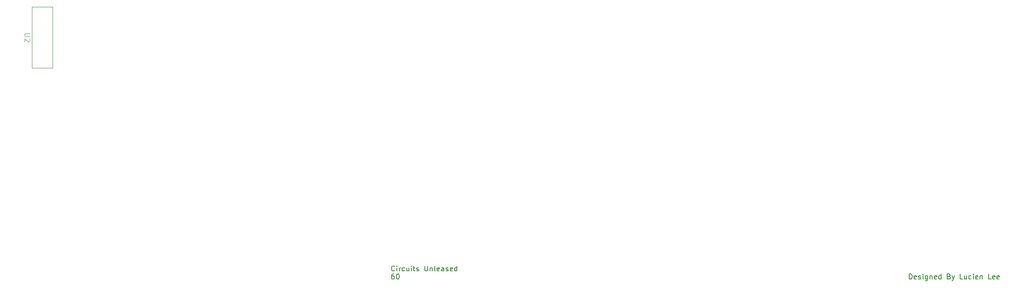
<source format=gbr>
%TF.GenerationSoftware,KiCad,Pcbnew,8.0.1*%
%TF.CreationDate,2024-05-19T22:36:38-06:00*%
%TF.ProjectId,60_Keyboard,36305f4b-6579-4626-9f61-72642e6b6963,rev?*%
%TF.SameCoordinates,Original*%
%TF.FileFunction,Legend,Top*%
%TF.FilePolarity,Positive*%
%FSLAX46Y46*%
G04 Gerber Fmt 4.6, Leading zero omitted, Abs format (unit mm)*
G04 Created by KiCad (PCBNEW 8.0.1) date 2024-05-19 22:36:38*
%MOMM*%
%LPD*%
G01*
G04 APERTURE LIST*
%ADD10C,0.150000*%
%ADD11C,0.100000*%
G04 APERTURE END LIST*
D10*
X150774650Y-157609819D02*
X150584174Y-157609819D01*
X150584174Y-157609819D02*
X150488936Y-157657438D01*
X150488936Y-157657438D02*
X150441317Y-157705057D01*
X150441317Y-157705057D02*
X150346079Y-157847914D01*
X150346079Y-157847914D02*
X150298460Y-158038390D01*
X150298460Y-158038390D02*
X150298460Y-158419342D01*
X150298460Y-158419342D02*
X150346079Y-158514580D01*
X150346079Y-158514580D02*
X150393698Y-158562200D01*
X150393698Y-158562200D02*
X150488936Y-158609819D01*
X150488936Y-158609819D02*
X150679412Y-158609819D01*
X150679412Y-158609819D02*
X150774650Y-158562200D01*
X150774650Y-158562200D02*
X150822269Y-158514580D01*
X150822269Y-158514580D02*
X150869888Y-158419342D01*
X150869888Y-158419342D02*
X150869888Y-158181247D01*
X150869888Y-158181247D02*
X150822269Y-158086009D01*
X150822269Y-158086009D02*
X150774650Y-158038390D01*
X150774650Y-158038390D02*
X150679412Y-157990771D01*
X150679412Y-157990771D02*
X150488936Y-157990771D01*
X150488936Y-157990771D02*
X150393698Y-158038390D01*
X150393698Y-158038390D02*
X150346079Y-158086009D01*
X150346079Y-158086009D02*
X150298460Y-158181247D01*
X151488936Y-157609819D02*
X151584174Y-157609819D01*
X151584174Y-157609819D02*
X151679412Y-157657438D01*
X151679412Y-157657438D02*
X151727031Y-157705057D01*
X151727031Y-157705057D02*
X151774650Y-157800295D01*
X151774650Y-157800295D02*
X151822269Y-157990771D01*
X151822269Y-157990771D02*
X151822269Y-158228866D01*
X151822269Y-158228866D02*
X151774650Y-158419342D01*
X151774650Y-158419342D02*
X151727031Y-158514580D01*
X151727031Y-158514580D02*
X151679412Y-158562200D01*
X151679412Y-158562200D02*
X151584174Y-158609819D01*
X151584174Y-158609819D02*
X151488936Y-158609819D01*
X151488936Y-158609819D02*
X151393698Y-158562200D01*
X151393698Y-158562200D02*
X151346079Y-158514580D01*
X151346079Y-158514580D02*
X151298460Y-158419342D01*
X151298460Y-158419342D02*
X151250841Y-158228866D01*
X151250841Y-158228866D02*
X151250841Y-157990771D01*
X151250841Y-157990771D02*
X151298460Y-157800295D01*
X151298460Y-157800295D02*
X151346079Y-157705057D01*
X151346079Y-157705057D02*
X151393698Y-157657438D01*
X151393698Y-157657438D02*
X151488936Y-157609819D01*
X150917507Y-156927180D02*
X150869888Y-156974800D01*
X150869888Y-156974800D02*
X150727031Y-157022419D01*
X150727031Y-157022419D02*
X150631793Y-157022419D01*
X150631793Y-157022419D02*
X150488936Y-156974800D01*
X150488936Y-156974800D02*
X150393698Y-156879561D01*
X150393698Y-156879561D02*
X150346079Y-156784323D01*
X150346079Y-156784323D02*
X150298460Y-156593847D01*
X150298460Y-156593847D02*
X150298460Y-156450990D01*
X150298460Y-156450990D02*
X150346079Y-156260514D01*
X150346079Y-156260514D02*
X150393698Y-156165276D01*
X150393698Y-156165276D02*
X150488936Y-156070038D01*
X150488936Y-156070038D02*
X150631793Y-156022419D01*
X150631793Y-156022419D02*
X150727031Y-156022419D01*
X150727031Y-156022419D02*
X150869888Y-156070038D01*
X150869888Y-156070038D02*
X150917507Y-156117657D01*
X151346079Y-157022419D02*
X151346079Y-156355752D01*
X151346079Y-156022419D02*
X151298460Y-156070038D01*
X151298460Y-156070038D02*
X151346079Y-156117657D01*
X151346079Y-156117657D02*
X151393698Y-156070038D01*
X151393698Y-156070038D02*
X151346079Y-156022419D01*
X151346079Y-156022419D02*
X151346079Y-156117657D01*
X151822269Y-157022419D02*
X151822269Y-156355752D01*
X151822269Y-156546228D02*
X151869888Y-156450990D01*
X151869888Y-156450990D02*
X151917507Y-156403371D01*
X151917507Y-156403371D02*
X152012745Y-156355752D01*
X152012745Y-156355752D02*
X152107983Y-156355752D01*
X152869888Y-156974800D02*
X152774650Y-157022419D01*
X152774650Y-157022419D02*
X152584174Y-157022419D01*
X152584174Y-157022419D02*
X152488936Y-156974800D01*
X152488936Y-156974800D02*
X152441317Y-156927180D01*
X152441317Y-156927180D02*
X152393698Y-156831942D01*
X152393698Y-156831942D02*
X152393698Y-156546228D01*
X152393698Y-156546228D02*
X152441317Y-156450990D01*
X152441317Y-156450990D02*
X152488936Y-156403371D01*
X152488936Y-156403371D02*
X152584174Y-156355752D01*
X152584174Y-156355752D02*
X152774650Y-156355752D01*
X152774650Y-156355752D02*
X152869888Y-156403371D01*
X153727031Y-156355752D02*
X153727031Y-157022419D01*
X153298460Y-156355752D02*
X153298460Y-156879561D01*
X153298460Y-156879561D02*
X153346079Y-156974800D01*
X153346079Y-156974800D02*
X153441317Y-157022419D01*
X153441317Y-157022419D02*
X153584174Y-157022419D01*
X153584174Y-157022419D02*
X153679412Y-156974800D01*
X153679412Y-156974800D02*
X153727031Y-156927180D01*
X154203222Y-157022419D02*
X154203222Y-156355752D01*
X154203222Y-156022419D02*
X154155603Y-156070038D01*
X154155603Y-156070038D02*
X154203222Y-156117657D01*
X154203222Y-156117657D02*
X154250841Y-156070038D01*
X154250841Y-156070038D02*
X154203222Y-156022419D01*
X154203222Y-156022419D02*
X154203222Y-156117657D01*
X154536555Y-156355752D02*
X154917507Y-156355752D01*
X154679412Y-156022419D02*
X154679412Y-156879561D01*
X154679412Y-156879561D02*
X154727031Y-156974800D01*
X154727031Y-156974800D02*
X154822269Y-157022419D01*
X154822269Y-157022419D02*
X154917507Y-157022419D01*
X155203222Y-156974800D02*
X155298460Y-157022419D01*
X155298460Y-157022419D02*
X155488936Y-157022419D01*
X155488936Y-157022419D02*
X155584174Y-156974800D01*
X155584174Y-156974800D02*
X155631793Y-156879561D01*
X155631793Y-156879561D02*
X155631793Y-156831942D01*
X155631793Y-156831942D02*
X155584174Y-156736704D01*
X155584174Y-156736704D02*
X155488936Y-156689085D01*
X155488936Y-156689085D02*
X155346079Y-156689085D01*
X155346079Y-156689085D02*
X155250841Y-156641466D01*
X155250841Y-156641466D02*
X155203222Y-156546228D01*
X155203222Y-156546228D02*
X155203222Y-156498609D01*
X155203222Y-156498609D02*
X155250841Y-156403371D01*
X155250841Y-156403371D02*
X155346079Y-156355752D01*
X155346079Y-156355752D02*
X155488936Y-156355752D01*
X155488936Y-156355752D02*
X155584174Y-156403371D01*
X156822270Y-156022419D02*
X156822270Y-156831942D01*
X156822270Y-156831942D02*
X156869889Y-156927180D01*
X156869889Y-156927180D02*
X156917508Y-156974800D01*
X156917508Y-156974800D02*
X157012746Y-157022419D01*
X157012746Y-157022419D02*
X157203222Y-157022419D01*
X157203222Y-157022419D02*
X157298460Y-156974800D01*
X157298460Y-156974800D02*
X157346079Y-156927180D01*
X157346079Y-156927180D02*
X157393698Y-156831942D01*
X157393698Y-156831942D02*
X157393698Y-156022419D01*
X157869889Y-156355752D02*
X157869889Y-157022419D01*
X157869889Y-156450990D02*
X157917508Y-156403371D01*
X157917508Y-156403371D02*
X158012746Y-156355752D01*
X158012746Y-156355752D02*
X158155603Y-156355752D01*
X158155603Y-156355752D02*
X158250841Y-156403371D01*
X158250841Y-156403371D02*
X158298460Y-156498609D01*
X158298460Y-156498609D02*
X158298460Y-157022419D01*
X158917508Y-157022419D02*
X158822270Y-156974800D01*
X158822270Y-156974800D02*
X158774651Y-156879561D01*
X158774651Y-156879561D02*
X158774651Y-156022419D01*
X159679413Y-156974800D02*
X159584175Y-157022419D01*
X159584175Y-157022419D02*
X159393699Y-157022419D01*
X159393699Y-157022419D02*
X159298461Y-156974800D01*
X159298461Y-156974800D02*
X159250842Y-156879561D01*
X159250842Y-156879561D02*
X159250842Y-156498609D01*
X159250842Y-156498609D02*
X159298461Y-156403371D01*
X159298461Y-156403371D02*
X159393699Y-156355752D01*
X159393699Y-156355752D02*
X159584175Y-156355752D01*
X159584175Y-156355752D02*
X159679413Y-156403371D01*
X159679413Y-156403371D02*
X159727032Y-156498609D01*
X159727032Y-156498609D02*
X159727032Y-156593847D01*
X159727032Y-156593847D02*
X159250842Y-156689085D01*
X160584175Y-157022419D02*
X160584175Y-156498609D01*
X160584175Y-156498609D02*
X160536556Y-156403371D01*
X160536556Y-156403371D02*
X160441318Y-156355752D01*
X160441318Y-156355752D02*
X160250842Y-156355752D01*
X160250842Y-156355752D02*
X160155604Y-156403371D01*
X160584175Y-156974800D02*
X160488937Y-157022419D01*
X160488937Y-157022419D02*
X160250842Y-157022419D01*
X160250842Y-157022419D02*
X160155604Y-156974800D01*
X160155604Y-156974800D02*
X160107985Y-156879561D01*
X160107985Y-156879561D02*
X160107985Y-156784323D01*
X160107985Y-156784323D02*
X160155604Y-156689085D01*
X160155604Y-156689085D02*
X160250842Y-156641466D01*
X160250842Y-156641466D02*
X160488937Y-156641466D01*
X160488937Y-156641466D02*
X160584175Y-156593847D01*
X161012747Y-156974800D02*
X161107985Y-157022419D01*
X161107985Y-157022419D02*
X161298461Y-157022419D01*
X161298461Y-157022419D02*
X161393699Y-156974800D01*
X161393699Y-156974800D02*
X161441318Y-156879561D01*
X161441318Y-156879561D02*
X161441318Y-156831942D01*
X161441318Y-156831942D02*
X161393699Y-156736704D01*
X161393699Y-156736704D02*
X161298461Y-156689085D01*
X161298461Y-156689085D02*
X161155604Y-156689085D01*
X161155604Y-156689085D02*
X161060366Y-156641466D01*
X161060366Y-156641466D02*
X161012747Y-156546228D01*
X161012747Y-156546228D02*
X161012747Y-156498609D01*
X161012747Y-156498609D02*
X161060366Y-156403371D01*
X161060366Y-156403371D02*
X161155604Y-156355752D01*
X161155604Y-156355752D02*
X161298461Y-156355752D01*
X161298461Y-156355752D02*
X161393699Y-156403371D01*
X162250842Y-156974800D02*
X162155604Y-157022419D01*
X162155604Y-157022419D02*
X161965128Y-157022419D01*
X161965128Y-157022419D02*
X161869890Y-156974800D01*
X161869890Y-156974800D02*
X161822271Y-156879561D01*
X161822271Y-156879561D02*
X161822271Y-156498609D01*
X161822271Y-156498609D02*
X161869890Y-156403371D01*
X161869890Y-156403371D02*
X161965128Y-156355752D01*
X161965128Y-156355752D02*
X162155604Y-156355752D01*
X162155604Y-156355752D02*
X162250842Y-156403371D01*
X162250842Y-156403371D02*
X162298461Y-156498609D01*
X162298461Y-156498609D02*
X162298461Y-156593847D01*
X162298461Y-156593847D02*
X161822271Y-156689085D01*
X163155604Y-157022419D02*
X163155604Y-156022419D01*
X163155604Y-156974800D02*
X163060366Y-157022419D01*
X163060366Y-157022419D02*
X162869890Y-157022419D01*
X162869890Y-157022419D02*
X162774652Y-156974800D01*
X162774652Y-156974800D02*
X162727033Y-156927180D01*
X162727033Y-156927180D02*
X162679414Y-156831942D01*
X162679414Y-156831942D02*
X162679414Y-156546228D01*
X162679414Y-156546228D02*
X162727033Y-156450990D01*
X162727033Y-156450990D02*
X162774652Y-156403371D01*
X162774652Y-156403371D02*
X162869890Y-156355752D01*
X162869890Y-156355752D02*
X163060366Y-156355752D01*
X163060366Y-156355752D02*
X163155604Y-156403371D01*
X251939679Y-158609819D02*
X251939679Y-157609819D01*
X251939679Y-157609819D02*
X252177774Y-157609819D01*
X252177774Y-157609819D02*
X252320631Y-157657438D01*
X252320631Y-157657438D02*
X252415869Y-157752676D01*
X252415869Y-157752676D02*
X252463488Y-157847914D01*
X252463488Y-157847914D02*
X252511107Y-158038390D01*
X252511107Y-158038390D02*
X252511107Y-158181247D01*
X252511107Y-158181247D02*
X252463488Y-158371723D01*
X252463488Y-158371723D02*
X252415869Y-158466961D01*
X252415869Y-158466961D02*
X252320631Y-158562200D01*
X252320631Y-158562200D02*
X252177774Y-158609819D01*
X252177774Y-158609819D02*
X251939679Y-158609819D01*
X253320631Y-158562200D02*
X253225393Y-158609819D01*
X253225393Y-158609819D02*
X253034917Y-158609819D01*
X253034917Y-158609819D02*
X252939679Y-158562200D01*
X252939679Y-158562200D02*
X252892060Y-158466961D01*
X252892060Y-158466961D02*
X252892060Y-158086009D01*
X252892060Y-158086009D02*
X252939679Y-157990771D01*
X252939679Y-157990771D02*
X253034917Y-157943152D01*
X253034917Y-157943152D02*
X253225393Y-157943152D01*
X253225393Y-157943152D02*
X253320631Y-157990771D01*
X253320631Y-157990771D02*
X253368250Y-158086009D01*
X253368250Y-158086009D02*
X253368250Y-158181247D01*
X253368250Y-158181247D02*
X252892060Y-158276485D01*
X253749203Y-158562200D02*
X253844441Y-158609819D01*
X253844441Y-158609819D02*
X254034917Y-158609819D01*
X254034917Y-158609819D02*
X254130155Y-158562200D01*
X254130155Y-158562200D02*
X254177774Y-158466961D01*
X254177774Y-158466961D02*
X254177774Y-158419342D01*
X254177774Y-158419342D02*
X254130155Y-158324104D01*
X254130155Y-158324104D02*
X254034917Y-158276485D01*
X254034917Y-158276485D02*
X253892060Y-158276485D01*
X253892060Y-158276485D02*
X253796822Y-158228866D01*
X253796822Y-158228866D02*
X253749203Y-158133628D01*
X253749203Y-158133628D02*
X253749203Y-158086009D01*
X253749203Y-158086009D02*
X253796822Y-157990771D01*
X253796822Y-157990771D02*
X253892060Y-157943152D01*
X253892060Y-157943152D02*
X254034917Y-157943152D01*
X254034917Y-157943152D02*
X254130155Y-157990771D01*
X254606346Y-158609819D02*
X254606346Y-157943152D01*
X254606346Y-157609819D02*
X254558727Y-157657438D01*
X254558727Y-157657438D02*
X254606346Y-157705057D01*
X254606346Y-157705057D02*
X254653965Y-157657438D01*
X254653965Y-157657438D02*
X254606346Y-157609819D01*
X254606346Y-157609819D02*
X254606346Y-157705057D01*
X255511107Y-157943152D02*
X255511107Y-158752676D01*
X255511107Y-158752676D02*
X255463488Y-158847914D01*
X255463488Y-158847914D02*
X255415869Y-158895533D01*
X255415869Y-158895533D02*
X255320631Y-158943152D01*
X255320631Y-158943152D02*
X255177774Y-158943152D01*
X255177774Y-158943152D02*
X255082536Y-158895533D01*
X255511107Y-158562200D02*
X255415869Y-158609819D01*
X255415869Y-158609819D02*
X255225393Y-158609819D01*
X255225393Y-158609819D02*
X255130155Y-158562200D01*
X255130155Y-158562200D02*
X255082536Y-158514580D01*
X255082536Y-158514580D02*
X255034917Y-158419342D01*
X255034917Y-158419342D02*
X255034917Y-158133628D01*
X255034917Y-158133628D02*
X255082536Y-158038390D01*
X255082536Y-158038390D02*
X255130155Y-157990771D01*
X255130155Y-157990771D02*
X255225393Y-157943152D01*
X255225393Y-157943152D02*
X255415869Y-157943152D01*
X255415869Y-157943152D02*
X255511107Y-157990771D01*
X255987298Y-157943152D02*
X255987298Y-158609819D01*
X255987298Y-158038390D02*
X256034917Y-157990771D01*
X256034917Y-157990771D02*
X256130155Y-157943152D01*
X256130155Y-157943152D02*
X256273012Y-157943152D01*
X256273012Y-157943152D02*
X256368250Y-157990771D01*
X256368250Y-157990771D02*
X256415869Y-158086009D01*
X256415869Y-158086009D02*
X256415869Y-158609819D01*
X257273012Y-158562200D02*
X257177774Y-158609819D01*
X257177774Y-158609819D02*
X256987298Y-158609819D01*
X256987298Y-158609819D02*
X256892060Y-158562200D01*
X256892060Y-158562200D02*
X256844441Y-158466961D01*
X256844441Y-158466961D02*
X256844441Y-158086009D01*
X256844441Y-158086009D02*
X256892060Y-157990771D01*
X256892060Y-157990771D02*
X256987298Y-157943152D01*
X256987298Y-157943152D02*
X257177774Y-157943152D01*
X257177774Y-157943152D02*
X257273012Y-157990771D01*
X257273012Y-157990771D02*
X257320631Y-158086009D01*
X257320631Y-158086009D02*
X257320631Y-158181247D01*
X257320631Y-158181247D02*
X256844441Y-158276485D01*
X258177774Y-158609819D02*
X258177774Y-157609819D01*
X258177774Y-158562200D02*
X258082536Y-158609819D01*
X258082536Y-158609819D02*
X257892060Y-158609819D01*
X257892060Y-158609819D02*
X257796822Y-158562200D01*
X257796822Y-158562200D02*
X257749203Y-158514580D01*
X257749203Y-158514580D02*
X257701584Y-158419342D01*
X257701584Y-158419342D02*
X257701584Y-158133628D01*
X257701584Y-158133628D02*
X257749203Y-158038390D01*
X257749203Y-158038390D02*
X257796822Y-157990771D01*
X257796822Y-157990771D02*
X257892060Y-157943152D01*
X257892060Y-157943152D02*
X258082536Y-157943152D01*
X258082536Y-157943152D02*
X258177774Y-157990771D01*
X259749203Y-158086009D02*
X259892060Y-158133628D01*
X259892060Y-158133628D02*
X259939679Y-158181247D01*
X259939679Y-158181247D02*
X259987298Y-158276485D01*
X259987298Y-158276485D02*
X259987298Y-158419342D01*
X259987298Y-158419342D02*
X259939679Y-158514580D01*
X259939679Y-158514580D02*
X259892060Y-158562200D01*
X259892060Y-158562200D02*
X259796822Y-158609819D01*
X259796822Y-158609819D02*
X259415870Y-158609819D01*
X259415870Y-158609819D02*
X259415870Y-157609819D01*
X259415870Y-157609819D02*
X259749203Y-157609819D01*
X259749203Y-157609819D02*
X259844441Y-157657438D01*
X259844441Y-157657438D02*
X259892060Y-157705057D01*
X259892060Y-157705057D02*
X259939679Y-157800295D01*
X259939679Y-157800295D02*
X259939679Y-157895533D01*
X259939679Y-157895533D02*
X259892060Y-157990771D01*
X259892060Y-157990771D02*
X259844441Y-158038390D01*
X259844441Y-158038390D02*
X259749203Y-158086009D01*
X259749203Y-158086009D02*
X259415870Y-158086009D01*
X260320632Y-157943152D02*
X260558727Y-158609819D01*
X260796822Y-157943152D02*
X260558727Y-158609819D01*
X260558727Y-158609819D02*
X260463489Y-158847914D01*
X260463489Y-158847914D02*
X260415870Y-158895533D01*
X260415870Y-158895533D02*
X260320632Y-158943152D01*
X262415870Y-158609819D02*
X261939680Y-158609819D01*
X261939680Y-158609819D02*
X261939680Y-157609819D01*
X263177775Y-157943152D02*
X263177775Y-158609819D01*
X262749204Y-157943152D02*
X262749204Y-158466961D01*
X262749204Y-158466961D02*
X262796823Y-158562200D01*
X262796823Y-158562200D02*
X262892061Y-158609819D01*
X262892061Y-158609819D02*
X263034918Y-158609819D01*
X263034918Y-158609819D02*
X263130156Y-158562200D01*
X263130156Y-158562200D02*
X263177775Y-158514580D01*
X264082537Y-158562200D02*
X263987299Y-158609819D01*
X263987299Y-158609819D02*
X263796823Y-158609819D01*
X263796823Y-158609819D02*
X263701585Y-158562200D01*
X263701585Y-158562200D02*
X263653966Y-158514580D01*
X263653966Y-158514580D02*
X263606347Y-158419342D01*
X263606347Y-158419342D02*
X263606347Y-158133628D01*
X263606347Y-158133628D02*
X263653966Y-158038390D01*
X263653966Y-158038390D02*
X263701585Y-157990771D01*
X263701585Y-157990771D02*
X263796823Y-157943152D01*
X263796823Y-157943152D02*
X263987299Y-157943152D01*
X263987299Y-157943152D02*
X264082537Y-157990771D01*
X264511109Y-158609819D02*
X264511109Y-157943152D01*
X264511109Y-157609819D02*
X264463490Y-157657438D01*
X264463490Y-157657438D02*
X264511109Y-157705057D01*
X264511109Y-157705057D02*
X264558728Y-157657438D01*
X264558728Y-157657438D02*
X264511109Y-157609819D01*
X264511109Y-157609819D02*
X264511109Y-157705057D01*
X265368251Y-158562200D02*
X265273013Y-158609819D01*
X265273013Y-158609819D02*
X265082537Y-158609819D01*
X265082537Y-158609819D02*
X264987299Y-158562200D01*
X264987299Y-158562200D02*
X264939680Y-158466961D01*
X264939680Y-158466961D02*
X264939680Y-158086009D01*
X264939680Y-158086009D02*
X264987299Y-157990771D01*
X264987299Y-157990771D02*
X265082537Y-157943152D01*
X265082537Y-157943152D02*
X265273013Y-157943152D01*
X265273013Y-157943152D02*
X265368251Y-157990771D01*
X265368251Y-157990771D02*
X265415870Y-158086009D01*
X265415870Y-158086009D02*
X265415870Y-158181247D01*
X265415870Y-158181247D02*
X264939680Y-158276485D01*
X265844442Y-157943152D02*
X265844442Y-158609819D01*
X265844442Y-158038390D02*
X265892061Y-157990771D01*
X265892061Y-157990771D02*
X265987299Y-157943152D01*
X265987299Y-157943152D02*
X266130156Y-157943152D01*
X266130156Y-157943152D02*
X266225394Y-157990771D01*
X266225394Y-157990771D02*
X266273013Y-158086009D01*
X266273013Y-158086009D02*
X266273013Y-158609819D01*
X267987299Y-158609819D02*
X267511109Y-158609819D01*
X267511109Y-158609819D02*
X267511109Y-157609819D01*
X268701585Y-158562200D02*
X268606347Y-158609819D01*
X268606347Y-158609819D02*
X268415871Y-158609819D01*
X268415871Y-158609819D02*
X268320633Y-158562200D01*
X268320633Y-158562200D02*
X268273014Y-158466961D01*
X268273014Y-158466961D02*
X268273014Y-158086009D01*
X268273014Y-158086009D02*
X268320633Y-157990771D01*
X268320633Y-157990771D02*
X268415871Y-157943152D01*
X268415871Y-157943152D02*
X268606347Y-157943152D01*
X268606347Y-157943152D02*
X268701585Y-157990771D01*
X268701585Y-157990771D02*
X268749204Y-158086009D01*
X268749204Y-158086009D02*
X268749204Y-158181247D01*
X268749204Y-158181247D02*
X268273014Y-158276485D01*
X269558728Y-158562200D02*
X269463490Y-158609819D01*
X269463490Y-158609819D02*
X269273014Y-158609819D01*
X269273014Y-158609819D02*
X269177776Y-158562200D01*
X269177776Y-158562200D02*
X269130157Y-158466961D01*
X269130157Y-158466961D02*
X269130157Y-158086009D01*
X269130157Y-158086009D02*
X269177776Y-157990771D01*
X269177776Y-157990771D02*
X269273014Y-157943152D01*
X269273014Y-157943152D02*
X269463490Y-157943152D01*
X269463490Y-157943152D02*
X269558728Y-157990771D01*
X269558728Y-157990771D02*
X269606347Y-158086009D01*
X269606347Y-158086009D02*
X269606347Y-158181247D01*
X269606347Y-158181247D02*
X269130157Y-158276485D01*
D11*
X79293680Y-110268695D02*
X78484157Y-110268695D01*
X78484157Y-110268695D02*
X78388919Y-110316314D01*
X78388919Y-110316314D02*
X78341300Y-110363933D01*
X78341300Y-110363933D02*
X78293680Y-110459171D01*
X78293680Y-110459171D02*
X78293680Y-110649647D01*
X78293680Y-110649647D02*
X78341300Y-110744885D01*
X78341300Y-110744885D02*
X78388919Y-110792504D01*
X78388919Y-110792504D02*
X78484157Y-110840123D01*
X78484157Y-110840123D02*
X79293680Y-110840123D01*
X79198442Y-111268695D02*
X79246061Y-111316314D01*
X79246061Y-111316314D02*
X79293680Y-111411552D01*
X79293680Y-111411552D02*
X79293680Y-111649647D01*
X79293680Y-111649647D02*
X79246061Y-111744885D01*
X79246061Y-111744885D02*
X79198442Y-111792504D01*
X79198442Y-111792504D02*
X79103204Y-111840123D01*
X79103204Y-111840123D02*
X79007966Y-111840123D01*
X79007966Y-111840123D02*
X78865109Y-111792504D01*
X78865109Y-111792504D02*
X78293680Y-111221076D01*
X78293680Y-111221076D02*
X78293680Y-111840123D01*
%TO.C,U2*%
X83751100Y-105030600D02*
X79751100Y-105030600D01*
X79751100Y-117030600D01*
X83751100Y-117030600D01*
X83751100Y-105030600D01*
%TD*%
M02*

</source>
